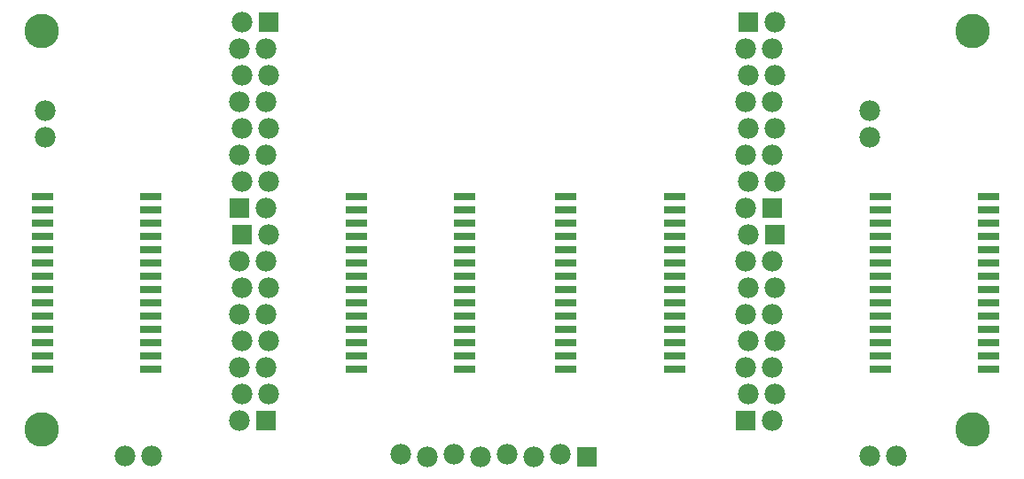
<source format=gts>
G75*
G70*
%OFA0B0*%
%FSLAX24Y24*%
%IPPOS*%
%LPD*%
%AMOC8*
5,1,8,0,0,1.08239X$1,22.5*
%
%ADD10R,0.0780X0.0780*%
%ADD11C,0.0780*%
%ADD12R,0.0847X0.0276*%
%ADD13C,0.1300*%
D10*
X010483Y002523D03*
X022561Y001130D03*
X028511Y002523D03*
X029611Y009523D03*
X029511Y010523D03*
X028611Y017523D03*
X010583Y017523D03*
X009483Y010523D03*
X009583Y009523D03*
D11*
X010583Y009523D03*
X010483Y010523D03*
X010583Y011523D03*
X009583Y011523D03*
X009483Y012523D03*
X010483Y012523D03*
X010583Y013523D03*
X009583Y013523D03*
X009483Y014523D03*
X010483Y014523D03*
X010583Y015523D03*
X009583Y015523D03*
X009483Y016523D03*
X010483Y016523D03*
X009583Y017523D03*
X002190Y014180D03*
X002190Y013180D03*
X009483Y008523D03*
X010483Y008523D03*
X010583Y007523D03*
X009583Y007523D03*
X009483Y006523D03*
X010483Y006523D03*
X010583Y005523D03*
X009583Y005523D03*
X009483Y004523D03*
X010483Y004523D03*
X010583Y003523D03*
X009583Y003523D03*
X009483Y002523D03*
X006190Y001180D03*
X005190Y001180D03*
X015561Y001230D03*
X016561Y001130D03*
X017561Y001230D03*
X018561Y001130D03*
X019561Y001230D03*
X020561Y001130D03*
X021561Y001230D03*
X028611Y003523D03*
X029611Y003523D03*
X029511Y004523D03*
X028511Y004523D03*
X028611Y005523D03*
X029611Y005523D03*
X029511Y006523D03*
X028511Y006523D03*
X028611Y007523D03*
X029611Y007523D03*
X029511Y008523D03*
X028511Y008523D03*
X028611Y009523D03*
X028511Y010523D03*
X028611Y011523D03*
X029611Y011523D03*
X029511Y012523D03*
X028511Y012523D03*
X028611Y013523D03*
X029611Y013523D03*
X029511Y014523D03*
X028511Y014523D03*
X028611Y015523D03*
X029611Y015523D03*
X029511Y016523D03*
X028511Y016523D03*
X029611Y017523D03*
X033190Y014180D03*
X033190Y013180D03*
X029511Y002523D03*
X033190Y001180D03*
X034190Y001180D03*
D12*
X033585Y004430D03*
X033585Y004930D03*
X033585Y005430D03*
X033585Y005930D03*
X033585Y006430D03*
X033585Y006930D03*
X033585Y007430D03*
X033585Y007930D03*
X033585Y008430D03*
X033585Y008930D03*
X033585Y009430D03*
X033585Y009930D03*
X033585Y010430D03*
X033585Y010930D03*
X037662Y010930D03*
X037662Y010430D03*
X037662Y009930D03*
X037662Y009430D03*
X037662Y008930D03*
X037662Y008430D03*
X037662Y007930D03*
X037662Y007430D03*
X037662Y006930D03*
X037662Y006430D03*
X037662Y005930D03*
X037662Y005430D03*
X037662Y004930D03*
X037662Y004430D03*
X025851Y004430D03*
X025851Y004930D03*
X025851Y005430D03*
X025851Y005930D03*
X025851Y006430D03*
X025851Y006930D03*
X025851Y007430D03*
X025851Y007930D03*
X025851Y008430D03*
X025851Y008930D03*
X025851Y009430D03*
X025851Y009930D03*
X025851Y010430D03*
X025851Y010930D03*
X021774Y010930D03*
X021774Y010430D03*
X021774Y009930D03*
X021774Y009430D03*
X021774Y008930D03*
X021774Y008430D03*
X021774Y007930D03*
X021774Y007430D03*
X021774Y006930D03*
X021774Y006430D03*
X021774Y005930D03*
X021774Y005430D03*
X021774Y004930D03*
X021774Y004430D03*
X017977Y004430D03*
X017977Y004930D03*
X017977Y005430D03*
X017977Y005930D03*
X017977Y006430D03*
X017977Y006930D03*
X017977Y007430D03*
X017977Y007930D03*
X017977Y008430D03*
X017977Y008930D03*
X017977Y009430D03*
X017977Y009930D03*
X017977Y010430D03*
X017977Y010930D03*
X013900Y010930D03*
X013900Y010430D03*
X013900Y009930D03*
X013900Y009430D03*
X013900Y008930D03*
X013900Y008430D03*
X013900Y007930D03*
X013900Y007430D03*
X013900Y006930D03*
X013900Y006430D03*
X013900Y005930D03*
X013900Y005430D03*
X013900Y004930D03*
X013900Y004430D03*
X006166Y004430D03*
X006166Y004930D03*
X006166Y005430D03*
X006166Y005930D03*
X006166Y006430D03*
X006166Y006930D03*
X006166Y007430D03*
X006166Y007930D03*
X006166Y008430D03*
X006166Y008930D03*
X006166Y009430D03*
X006166Y009930D03*
X006166Y010430D03*
X006166Y010930D03*
X002089Y010930D03*
X002089Y010430D03*
X002089Y009930D03*
X002089Y009430D03*
X002089Y008930D03*
X002089Y008430D03*
X002089Y007930D03*
X002089Y007430D03*
X002089Y006930D03*
X002089Y006430D03*
X002089Y005930D03*
X002089Y005430D03*
X002089Y004930D03*
X002089Y004430D03*
D13*
X002061Y002180D03*
X002061Y017180D03*
X037061Y017180D03*
X037061Y002180D03*
M02*

</source>
